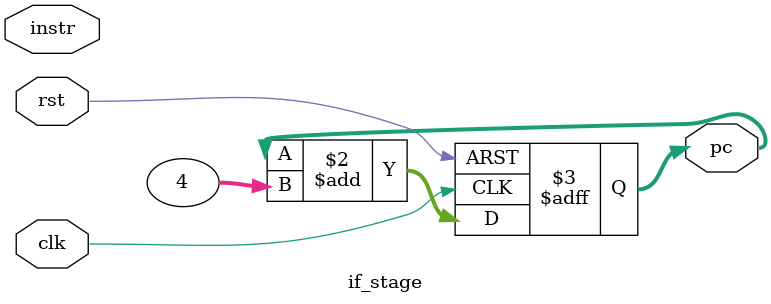
<source format=v>
module if_stage (
    input clk,
    input rst,
    input [31:0] instr,
    output reg [31:0] pc
);

    always @(posedge clk or posedge rst) begin
        if (rst)
            pc <= 32'd0;
        else
            pc <= pc + 4;
    end

endmodule

</source>
